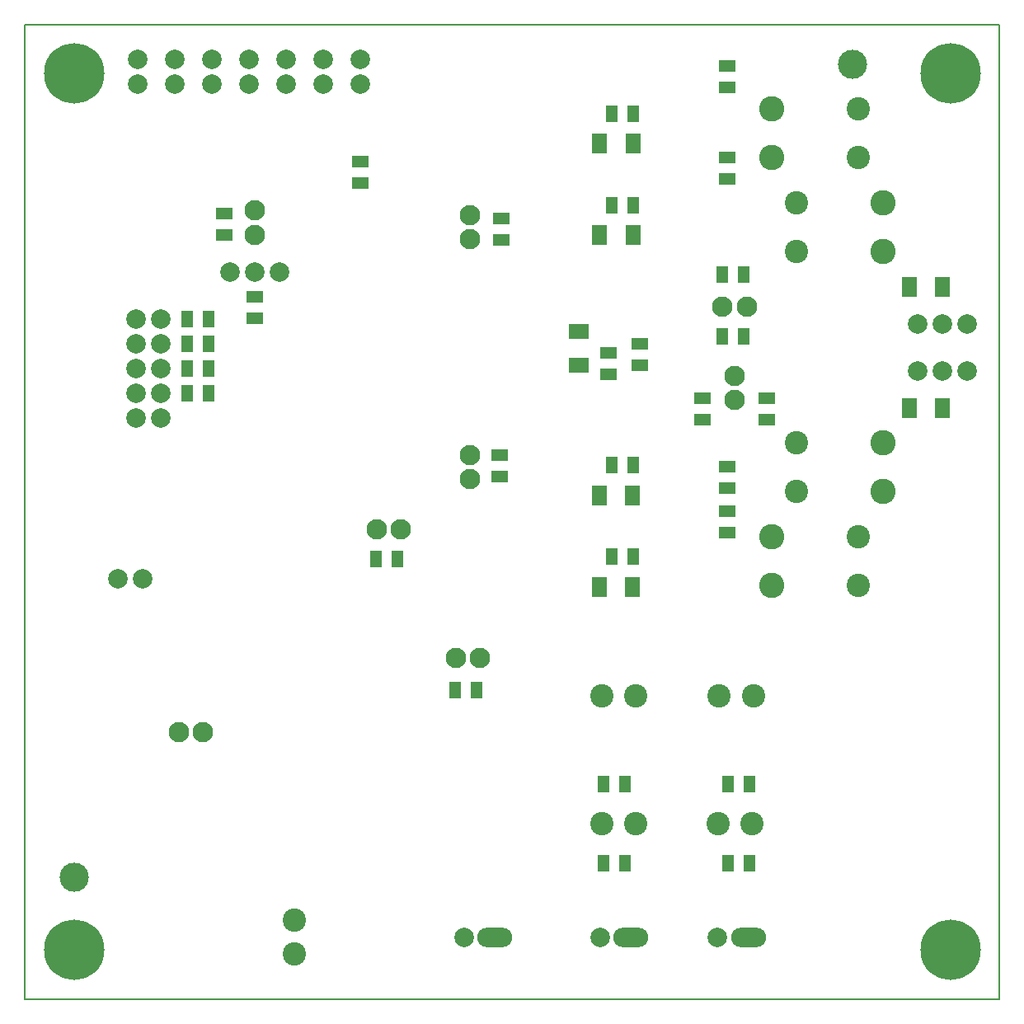
<source format=gbs>
G04 #@! TF.FileFunction,Soldermask,Bot*
%FSLAX46Y46*%
G04 Gerber Fmt 4.6, Leading zero omitted, Abs format (unit mm)*
G04 Created by KiCad (PCBNEW 4.0.2-stable) date 01/07/2016 11:06:50*
%MOMM*%
G01*
G04 APERTURE LIST*
%ADD10C,0.100000*%
%ADD11C,0.150000*%
%ADD12C,2.400000*%
%ADD13R,1.300000X1.700000*%
%ADD14C,2.100000*%
%ADD15R,1.700000X1.300000*%
%ADD16C,2.000000*%
%ADD17O,3.600000X2.000000*%
%ADD18C,6.200000*%
%ADD19C,3.000000*%
%ADD20C,2.600000*%
%ADD21R,2.100000X1.500000*%
%ADD22R,1.500000X2.100000*%
G04 APERTURE END LIST*
D10*
D11*
X100000000Y0D02*
X100000000Y100000000D01*
X100000000Y0D02*
X0Y0D01*
X0Y100000000D02*
X100000000Y100000000D01*
X0Y0D02*
X0Y100000000D01*
D12*
X59210000Y18034000D03*
X62710000Y18034000D03*
X71148000Y18034000D03*
X74648000Y18034000D03*
D13*
X59436000Y22098000D03*
X61636000Y22098000D03*
X72222000Y22098000D03*
X74422000Y22098000D03*
X59436000Y13970000D03*
X61636000Y13970000D03*
X72222000Y13970000D03*
X74422000Y13970000D03*
D12*
X27685000Y8099500D03*
X27685000Y4599500D03*
X59210000Y31115000D03*
X62710000Y31115000D03*
X71275000Y31115000D03*
X74775000Y31115000D03*
D14*
X44216000Y35052000D03*
X46716000Y35052000D03*
D13*
X44196000Y31750000D03*
X46396000Y31750000D03*
D14*
X23622000Y78486000D03*
X23622000Y80986000D03*
D15*
X20447000Y78486000D03*
X20447000Y80686000D03*
D14*
X36088000Y48260000D03*
X38588000Y48260000D03*
D13*
X36068000Y45212000D03*
X38268000Y45212000D03*
D14*
X45720000Y77998000D03*
X45720000Y80498000D03*
D15*
X48895000Y77978000D03*
X48895000Y80178000D03*
X48768000Y55880000D03*
X48768000Y53680000D03*
D14*
X45720000Y55860000D03*
X45720000Y53360000D03*
D16*
X59055000Y6350000D03*
D17*
X62230000Y6350000D03*
D16*
X71120000Y6350000D03*
D17*
X74295000Y6350000D03*
D16*
X45085000Y6350000D03*
D17*
X48260000Y6350000D03*
D13*
X18879000Y69849500D03*
X16679000Y69849500D03*
X18880000Y67310000D03*
X16680000Y67310000D03*
X18880000Y64770000D03*
X16680000Y64770000D03*
X18880000Y62230000D03*
X16680000Y62230000D03*
D15*
X34426160Y85960900D03*
X34426160Y83760900D03*
D14*
X15767000Y27431500D03*
X18267000Y27431500D03*
D15*
X23621000Y69892500D03*
X23621000Y72092500D03*
D16*
X34417000Y93980000D03*
X34417000Y96520000D03*
X30607000Y93980000D03*
X30607000Y96520000D03*
X26797000Y93980000D03*
X26797000Y96520000D03*
X22987000Y93980000D03*
X22987000Y96520000D03*
X19177000Y93980000D03*
X19177000Y96520000D03*
X15367000Y93980000D03*
X15367000Y96520000D03*
X11557000Y93980000D03*
X11557000Y96520000D03*
X9525000Y43180000D03*
X12065000Y43180000D03*
X11430000Y69850000D03*
X13970000Y69850000D03*
X11430000Y67310000D03*
X13970000Y67310000D03*
X11430000Y64770000D03*
X13970000Y64770000D03*
X11430000Y62230000D03*
X13970000Y62230000D03*
X11430000Y59690000D03*
X13970000Y59690000D03*
X26162000Y74676000D03*
X21082000Y74676000D03*
X23622000Y74676000D03*
D18*
X5000000Y5000000D03*
X95000000Y5000000D03*
X5000000Y95000000D03*
X95000000Y95000000D03*
D19*
X5000000Y12500000D03*
X85000000Y96000000D03*
D12*
X79248000Y81748000D03*
X79248000Y76748000D03*
D20*
X88138000Y76748000D03*
X88138000Y81748000D03*
X76708000Y86400000D03*
X76708000Y91400000D03*
D12*
X85598000Y91400000D03*
X85598000Y86400000D03*
X79248000Y52110000D03*
X79248000Y57110000D03*
D20*
X88138000Y57110000D03*
X88138000Y52110000D03*
X76708000Y47458000D03*
X76708000Y42458000D03*
D12*
X85598000Y42458000D03*
X85598000Y47458000D03*
D15*
X72136000Y84244000D03*
X72136000Y86444000D03*
X72136000Y54694000D03*
X72136000Y52494000D03*
X72136000Y93642000D03*
X72136000Y95842000D03*
X72136000Y47922000D03*
X72136000Y50122000D03*
D13*
X62484000Y81534000D03*
X60284000Y81534000D03*
X62484000Y54864000D03*
X60284000Y54864000D03*
X62484000Y90932000D03*
X60284000Y90932000D03*
X62484000Y45466000D03*
X60284000Y45466000D03*
D21*
X56896000Y65102000D03*
X56896000Y68502000D03*
D15*
X63119000Y65067000D03*
X63119000Y67267000D03*
X59944000Y64178000D03*
X59944000Y66378000D03*
D14*
X71628000Y71100000D03*
X74128000Y71100000D03*
X72898000Y61488000D03*
X72898000Y63988000D03*
D13*
X71628000Y74422000D03*
X73828000Y74422000D03*
D15*
X69596000Y61722000D03*
X69596000Y59522000D03*
D13*
X71628000Y68072000D03*
X73828000Y68072000D03*
D15*
X76200000Y61722000D03*
X76200000Y59522000D03*
D22*
X94234000Y73152000D03*
X90834000Y73152000D03*
X94234000Y60706000D03*
X90834000Y60706000D03*
X59006000Y78486000D03*
X62406000Y78486000D03*
X58957000Y51689000D03*
X62357000Y51689000D03*
X59006000Y87884000D03*
X62406000Y87884000D03*
X58957000Y42291000D03*
X62357000Y42291000D03*
D16*
X96774000Y69342000D03*
X91694000Y69342000D03*
X94234000Y69342000D03*
X96774000Y64516000D03*
X91694000Y64516000D03*
X94234000Y64516000D03*
M02*

</source>
